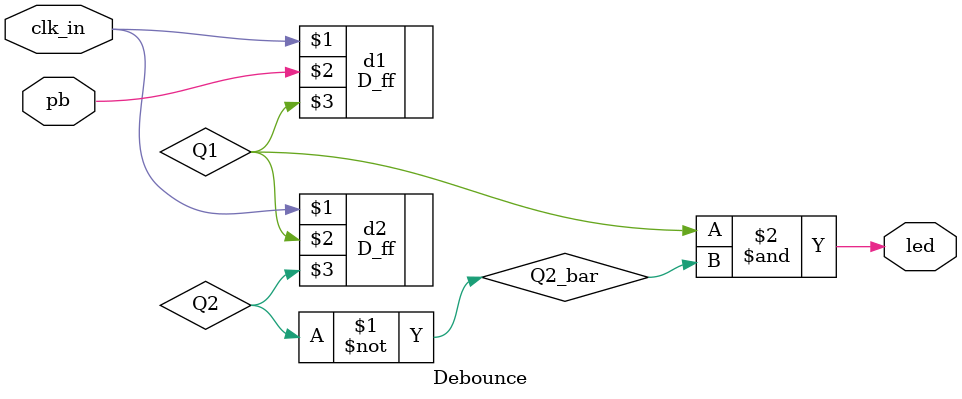
<source format=v>
module Debounce(
input pb,clk_in,
output led);


wire Q1,Q2,Q2_bar,Q1_bar;

D_ff d1(clk_in,pb,Q1);
D_ff d2(clk_in,Q1,Q2);

assign Q2_bar=~Q2;
assign led=Q1&Q2_bar;


endmodule



</source>
